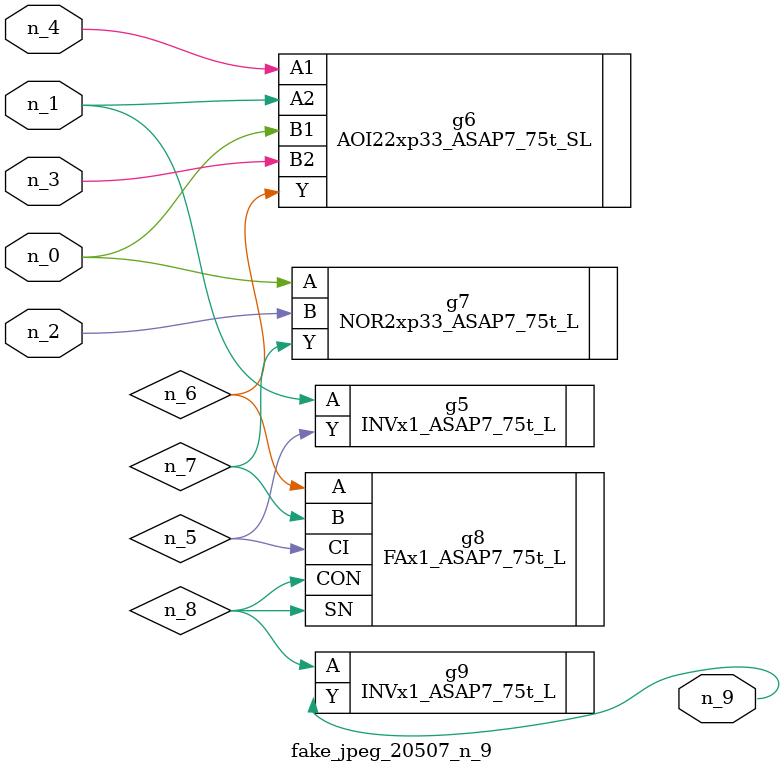
<source format=v>
module fake_jpeg_20507_n_9 (n_3, n_2, n_1, n_0, n_4, n_9);

input n_3;
input n_2;
input n_1;
input n_0;
input n_4;

output n_9;

wire n_8;
wire n_6;
wire n_5;
wire n_7;

INVx1_ASAP7_75t_L g5 ( 
.A(n_1),
.Y(n_5)
);

AOI22xp33_ASAP7_75t_SL g6 ( 
.A1(n_4),
.A2(n_1),
.B1(n_0),
.B2(n_3),
.Y(n_6)
);

NOR2xp33_ASAP7_75t_L g7 ( 
.A(n_0),
.B(n_2),
.Y(n_7)
);

FAx1_ASAP7_75t_L g8 ( 
.A(n_6),
.B(n_7),
.CI(n_5),
.CON(n_8),
.SN(n_8)
);

INVx1_ASAP7_75t_L g9 ( 
.A(n_8),
.Y(n_9)
);


endmodule
</source>
